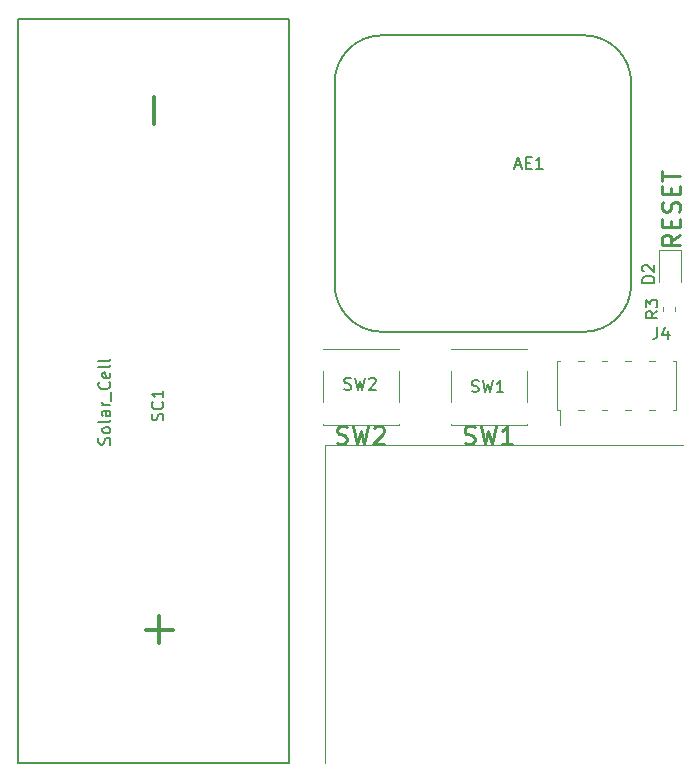
<source format=gbr>
%TF.GenerationSoftware,KiCad,Pcbnew,(5.1.10)-1*%
%TF.CreationDate,2021-11-23T09:49:32-07:00*%
%TF.ProjectId,SolarGPS,536f6c61-7247-4505-932e-6b696361645f,rev?*%
%TF.SameCoordinates,Original*%
%TF.FileFunction,Legend,Top*%
%TF.FilePolarity,Positive*%
%FSLAX46Y46*%
G04 Gerber Fmt 4.6, Leading zero omitted, Abs format (unit mm)*
G04 Created by KiCad (PCBNEW (5.1.10)-1) date 2021-11-23 09:49:32*
%MOMM*%
%LPD*%
G01*
G04 APERTURE LIST*
%ADD10C,0.120000*%
%ADD11C,0.250000*%
%ADD12C,0.150000*%
%ADD13C,0.300000*%
G04 APERTURE END LIST*
D10*
X76000000Y-86000000D02*
X106300000Y-86000000D01*
X76000000Y-113000000D02*
X76000000Y-86000000D01*
D11*
X77050000Y-85857142D02*
X77264285Y-85928571D01*
X77621428Y-85928571D01*
X77764285Y-85857142D01*
X77835714Y-85785714D01*
X77907142Y-85642857D01*
X77907142Y-85500000D01*
X77835714Y-85357142D01*
X77764285Y-85285714D01*
X77621428Y-85214285D01*
X77335714Y-85142857D01*
X77192857Y-85071428D01*
X77121428Y-85000000D01*
X77050000Y-84857142D01*
X77050000Y-84714285D01*
X77121428Y-84571428D01*
X77192857Y-84500000D01*
X77335714Y-84428571D01*
X77692857Y-84428571D01*
X77907142Y-84500000D01*
X78407142Y-84428571D02*
X78764285Y-85928571D01*
X79050000Y-84857142D01*
X79335714Y-85928571D01*
X79692857Y-84428571D01*
X80192857Y-84571428D02*
X80264285Y-84500000D01*
X80407142Y-84428571D01*
X80764285Y-84428571D01*
X80907142Y-84500000D01*
X80978571Y-84571428D01*
X81050000Y-84714285D01*
X81050000Y-84857142D01*
X80978571Y-85071428D01*
X80121428Y-85928571D01*
X81050000Y-85928571D01*
X87850000Y-85857142D02*
X88064285Y-85928571D01*
X88421428Y-85928571D01*
X88564285Y-85857142D01*
X88635714Y-85785714D01*
X88707142Y-85642857D01*
X88707142Y-85500000D01*
X88635714Y-85357142D01*
X88564285Y-85285714D01*
X88421428Y-85214285D01*
X88135714Y-85142857D01*
X87992857Y-85071428D01*
X87921428Y-85000000D01*
X87850000Y-84857142D01*
X87850000Y-84714285D01*
X87921428Y-84571428D01*
X87992857Y-84500000D01*
X88135714Y-84428571D01*
X88492857Y-84428571D01*
X88707142Y-84500000D01*
X89207142Y-84428571D02*
X89564285Y-85928571D01*
X89850000Y-84857142D01*
X90135714Y-85928571D01*
X90492857Y-84428571D01*
X91850000Y-85928571D02*
X90992857Y-85928571D01*
X91421428Y-85928571D02*
X91421428Y-84428571D01*
X91278571Y-84642857D01*
X91135714Y-84785714D01*
X90992857Y-84857142D01*
X106078571Y-68228571D02*
X105364285Y-68728571D01*
X106078571Y-69085714D02*
X104578571Y-69085714D01*
X104578571Y-68514285D01*
X104650000Y-68371428D01*
X104721428Y-68300000D01*
X104864285Y-68228571D01*
X105078571Y-68228571D01*
X105221428Y-68300000D01*
X105292857Y-68371428D01*
X105364285Y-68514285D01*
X105364285Y-69085714D01*
X105292857Y-67585714D02*
X105292857Y-67085714D01*
X106078571Y-66871428D02*
X106078571Y-67585714D01*
X104578571Y-67585714D01*
X104578571Y-66871428D01*
X106007142Y-66300000D02*
X106078571Y-66085714D01*
X106078571Y-65728571D01*
X106007142Y-65585714D01*
X105935714Y-65514285D01*
X105792857Y-65442857D01*
X105650000Y-65442857D01*
X105507142Y-65514285D01*
X105435714Y-65585714D01*
X105364285Y-65728571D01*
X105292857Y-66014285D01*
X105221428Y-66157142D01*
X105150000Y-66228571D01*
X105007142Y-66300000D01*
X104864285Y-66300000D01*
X104721428Y-66228571D01*
X104650000Y-66157142D01*
X104578571Y-66014285D01*
X104578571Y-65657142D01*
X104650000Y-65442857D01*
X105292857Y-64800000D02*
X105292857Y-64300000D01*
X106078571Y-64085714D02*
X106078571Y-64800000D01*
X104578571Y-64800000D01*
X104578571Y-64085714D01*
X104578571Y-63657142D02*
X104578571Y-62800000D01*
X106078571Y-63228571D02*
X104578571Y-63228571D01*
D12*
%TO.C,AE1*%
X97950000Y-76450000D02*
X80850000Y-76450000D01*
X76850000Y-72450000D02*
X76850000Y-55400000D01*
X80850000Y-51350000D02*
X97950000Y-51350000D01*
X101950000Y-55350000D02*
X101950000Y-72450000D01*
X76850000Y-55350000D02*
G75*
G02*
X80850000Y-51350000I4000000J0D01*
G01*
X97950000Y-51350000D02*
G75*
G02*
X101950000Y-55350000I0J-4000000D01*
G01*
X101950000Y-72450000D02*
G75*
G02*
X97950000Y-76450000I-4000000J0D01*
G01*
X80850000Y-76450000D02*
G75*
G02*
X76850000Y-72450000I0J4000000D01*
G01*
%TO.C,SC1*%
X50000000Y-113000000D02*
X50000000Y-50000000D01*
X50000000Y-50000000D02*
X73000000Y-50000000D01*
X73000000Y-50000000D02*
X73000000Y-113000000D01*
X73000000Y-113000000D02*
X50000000Y-113000000D01*
D10*
%TO.C,D2*%
X106210000Y-72250000D02*
X106210000Y-69565000D01*
X106210000Y-69565000D02*
X104290000Y-69565000D01*
X104290000Y-69565000D02*
X104290000Y-72250000D01*
%TO.C,R3*%
X104640000Y-74700279D02*
X104640000Y-74374721D01*
X105660000Y-74700279D02*
X105660000Y-74374721D01*
%TO.C,SW2*%
X75870000Y-84330000D02*
X75870000Y-84300000D01*
X75870000Y-77870000D02*
X75870000Y-77900000D01*
X82330000Y-77870000D02*
X82330000Y-77900000D01*
X82330000Y-84300000D02*
X82330000Y-84330000D01*
X75870000Y-82400000D02*
X75870000Y-79800000D01*
X82330000Y-84330000D02*
X75870000Y-84330000D01*
X82330000Y-82400000D02*
X82330000Y-79800000D01*
X82330000Y-77870000D02*
X75870000Y-77870000D01*
%TO.C,SW1*%
X86670000Y-84330000D02*
X86670000Y-84300000D01*
X86670000Y-77870000D02*
X86670000Y-77900000D01*
X93130000Y-77870000D02*
X93130000Y-77900000D01*
X93130000Y-84300000D02*
X93130000Y-84330000D01*
X86670000Y-82400000D02*
X86670000Y-79800000D01*
X93130000Y-84330000D02*
X86670000Y-84330000D01*
X93130000Y-82400000D02*
X93130000Y-79800000D01*
X93130000Y-77870000D02*
X86670000Y-77870000D01*
%TO.C,J4*%
X95640000Y-83060000D02*
X95640000Y-78940000D01*
X105760000Y-83060000D02*
X105760000Y-78940000D01*
X95940000Y-84315000D02*
X95940000Y-83060000D01*
X95640000Y-83060000D02*
X95940000Y-83060000D01*
X95640000Y-78940000D02*
X95940000Y-78940000D01*
X105460000Y-83060000D02*
X105760000Y-83060000D01*
X105460000Y-78940000D02*
X105760000Y-78940000D01*
X97460000Y-83060000D02*
X97940000Y-83060000D01*
X97460000Y-78940000D02*
X97940000Y-78940000D01*
X99460000Y-83060000D02*
X99940000Y-83060000D01*
X99460000Y-78940000D02*
X99940000Y-78940000D01*
X101460000Y-83060000D02*
X101940000Y-83060000D01*
X101460000Y-78940000D02*
X101940000Y-78940000D01*
X103460000Y-83060000D02*
X103940000Y-83060000D01*
X103460000Y-78940000D02*
X103940000Y-78940000D01*
%TO.C,AE1*%
D12*
X92133333Y-62366666D02*
X92609523Y-62366666D01*
X92038095Y-62652380D02*
X92371428Y-61652380D01*
X92704761Y-62652380D01*
X93038095Y-62128571D02*
X93371428Y-62128571D01*
X93514285Y-62652380D02*
X93038095Y-62652380D01*
X93038095Y-61652380D01*
X93514285Y-61652380D01*
X94466666Y-62652380D02*
X93895238Y-62652380D01*
X94180952Y-62652380D02*
X94180952Y-61652380D01*
X94085714Y-61795238D01*
X93990476Y-61890476D01*
X93895238Y-61938095D01*
%TO.C,SC1*%
X62304761Y-83961904D02*
X62352380Y-83819047D01*
X62352380Y-83580952D01*
X62304761Y-83485714D01*
X62257142Y-83438095D01*
X62161904Y-83390476D01*
X62066666Y-83390476D01*
X61971428Y-83438095D01*
X61923809Y-83485714D01*
X61876190Y-83580952D01*
X61828571Y-83771428D01*
X61780952Y-83866666D01*
X61733333Y-83914285D01*
X61638095Y-83961904D01*
X61542857Y-83961904D01*
X61447619Y-83914285D01*
X61400000Y-83866666D01*
X61352380Y-83771428D01*
X61352380Y-83533333D01*
X61400000Y-83390476D01*
X62257142Y-82390476D02*
X62304761Y-82438095D01*
X62352380Y-82580952D01*
X62352380Y-82676190D01*
X62304761Y-82819047D01*
X62209523Y-82914285D01*
X62114285Y-82961904D01*
X61923809Y-83009523D01*
X61780952Y-83009523D01*
X61590476Y-82961904D01*
X61495238Y-82914285D01*
X61400000Y-82819047D01*
X61352380Y-82676190D01*
X61352380Y-82580952D01*
X61400000Y-82438095D01*
X61447619Y-82390476D01*
X62352380Y-81438095D02*
X62352380Y-82009523D01*
X62352380Y-81723809D02*
X61352380Y-81723809D01*
X61495238Y-81819047D01*
X61590476Y-81914285D01*
X61638095Y-82009523D01*
X57804761Y-85995238D02*
X57852380Y-85852380D01*
X57852380Y-85614285D01*
X57804761Y-85519047D01*
X57757142Y-85471428D01*
X57661904Y-85423809D01*
X57566666Y-85423809D01*
X57471428Y-85471428D01*
X57423809Y-85519047D01*
X57376190Y-85614285D01*
X57328571Y-85804761D01*
X57280952Y-85900000D01*
X57233333Y-85947619D01*
X57138095Y-85995238D01*
X57042857Y-85995238D01*
X56947619Y-85947619D01*
X56900000Y-85900000D01*
X56852380Y-85804761D01*
X56852380Y-85566666D01*
X56900000Y-85423809D01*
X57852380Y-84852380D02*
X57804761Y-84947619D01*
X57757142Y-84995238D01*
X57661904Y-85042857D01*
X57376190Y-85042857D01*
X57280952Y-84995238D01*
X57233333Y-84947619D01*
X57185714Y-84852380D01*
X57185714Y-84709523D01*
X57233333Y-84614285D01*
X57280952Y-84566666D01*
X57376190Y-84519047D01*
X57661904Y-84519047D01*
X57757142Y-84566666D01*
X57804761Y-84614285D01*
X57852380Y-84709523D01*
X57852380Y-84852380D01*
X57852380Y-83947619D02*
X57804761Y-84042857D01*
X57709523Y-84090476D01*
X56852380Y-84090476D01*
X57852380Y-83138095D02*
X57328571Y-83138095D01*
X57233333Y-83185714D01*
X57185714Y-83280952D01*
X57185714Y-83471428D01*
X57233333Y-83566666D01*
X57804761Y-83138095D02*
X57852380Y-83233333D01*
X57852380Y-83471428D01*
X57804761Y-83566666D01*
X57709523Y-83614285D01*
X57614285Y-83614285D01*
X57519047Y-83566666D01*
X57471428Y-83471428D01*
X57471428Y-83233333D01*
X57423809Y-83138095D01*
X57852380Y-82661904D02*
X57185714Y-82661904D01*
X57376190Y-82661904D02*
X57280952Y-82614285D01*
X57233333Y-82566666D01*
X57185714Y-82471428D01*
X57185714Y-82376190D01*
X57947619Y-82280952D02*
X57947619Y-81519047D01*
X57757142Y-80709523D02*
X57804761Y-80757142D01*
X57852380Y-80900000D01*
X57852380Y-80995238D01*
X57804761Y-81138095D01*
X57709523Y-81233333D01*
X57614285Y-81280952D01*
X57423809Y-81328571D01*
X57280952Y-81328571D01*
X57090476Y-81280952D01*
X56995238Y-81233333D01*
X56900000Y-81138095D01*
X56852380Y-80995238D01*
X56852380Y-80900000D01*
X56900000Y-80757142D01*
X56947619Y-80709523D01*
X57804761Y-79900000D02*
X57852380Y-79995238D01*
X57852380Y-80185714D01*
X57804761Y-80280952D01*
X57709523Y-80328571D01*
X57328571Y-80328571D01*
X57233333Y-80280952D01*
X57185714Y-80185714D01*
X57185714Y-79995238D01*
X57233333Y-79900000D01*
X57328571Y-79852380D01*
X57423809Y-79852380D01*
X57519047Y-80328571D01*
X57852380Y-79280952D02*
X57804761Y-79376190D01*
X57709523Y-79423809D01*
X56852380Y-79423809D01*
X57852380Y-78757142D02*
X57804761Y-78852380D01*
X57709523Y-78900000D01*
X56852380Y-78900000D01*
D13*
X61514285Y-58842857D02*
X61514285Y-56557142D01*
X62014285Y-102842857D02*
X62014285Y-100557142D01*
X63157142Y-101700000D02*
X60871428Y-101700000D01*
%TO.C,D2*%
D12*
X103902380Y-72288095D02*
X102902380Y-72288095D01*
X102902380Y-72050000D01*
X102950000Y-71907142D01*
X103045238Y-71811904D01*
X103140476Y-71764285D01*
X103330952Y-71716666D01*
X103473809Y-71716666D01*
X103664285Y-71764285D01*
X103759523Y-71811904D01*
X103854761Y-71907142D01*
X103902380Y-72050000D01*
X103902380Y-72288095D01*
X102997619Y-71335714D02*
X102950000Y-71288095D01*
X102902380Y-71192857D01*
X102902380Y-70954761D01*
X102950000Y-70859523D01*
X102997619Y-70811904D01*
X103092857Y-70764285D01*
X103188095Y-70764285D01*
X103330952Y-70811904D01*
X103902380Y-71383333D01*
X103902380Y-70764285D01*
%TO.C,R3*%
X104172380Y-74704166D02*
X103696190Y-75037500D01*
X104172380Y-75275595D02*
X103172380Y-75275595D01*
X103172380Y-74894642D01*
X103220000Y-74799404D01*
X103267619Y-74751785D01*
X103362857Y-74704166D01*
X103505714Y-74704166D01*
X103600952Y-74751785D01*
X103648571Y-74799404D01*
X103696190Y-74894642D01*
X103696190Y-75275595D01*
X103172380Y-74370833D02*
X103172380Y-73751785D01*
X103553333Y-74085119D01*
X103553333Y-73942261D01*
X103600952Y-73847023D01*
X103648571Y-73799404D01*
X103743809Y-73751785D01*
X103981904Y-73751785D01*
X104077142Y-73799404D01*
X104124761Y-73847023D01*
X104172380Y-73942261D01*
X104172380Y-74227976D01*
X104124761Y-74323214D01*
X104077142Y-74370833D01*
%TO.C,SW2*%
X77666666Y-81304761D02*
X77809523Y-81352380D01*
X78047619Y-81352380D01*
X78142857Y-81304761D01*
X78190476Y-81257142D01*
X78238095Y-81161904D01*
X78238095Y-81066666D01*
X78190476Y-80971428D01*
X78142857Y-80923809D01*
X78047619Y-80876190D01*
X77857142Y-80828571D01*
X77761904Y-80780952D01*
X77714285Y-80733333D01*
X77666666Y-80638095D01*
X77666666Y-80542857D01*
X77714285Y-80447619D01*
X77761904Y-80400000D01*
X77857142Y-80352380D01*
X78095238Y-80352380D01*
X78238095Y-80400000D01*
X78571428Y-80352380D02*
X78809523Y-81352380D01*
X79000000Y-80638095D01*
X79190476Y-81352380D01*
X79428571Y-80352380D01*
X79761904Y-80447619D02*
X79809523Y-80400000D01*
X79904761Y-80352380D01*
X80142857Y-80352380D01*
X80238095Y-80400000D01*
X80285714Y-80447619D01*
X80333333Y-80542857D01*
X80333333Y-80638095D01*
X80285714Y-80780952D01*
X79714285Y-81352380D01*
X80333333Y-81352380D01*
%TO.C,SW1*%
X88466666Y-81504761D02*
X88609523Y-81552380D01*
X88847619Y-81552380D01*
X88942857Y-81504761D01*
X88990476Y-81457142D01*
X89038095Y-81361904D01*
X89038095Y-81266666D01*
X88990476Y-81171428D01*
X88942857Y-81123809D01*
X88847619Y-81076190D01*
X88657142Y-81028571D01*
X88561904Y-80980952D01*
X88514285Y-80933333D01*
X88466666Y-80838095D01*
X88466666Y-80742857D01*
X88514285Y-80647619D01*
X88561904Y-80600000D01*
X88657142Y-80552380D01*
X88895238Y-80552380D01*
X89038095Y-80600000D01*
X89371428Y-80552380D02*
X89609523Y-81552380D01*
X89800000Y-80838095D01*
X89990476Y-81552380D01*
X90228571Y-80552380D01*
X91133333Y-81552380D02*
X90561904Y-81552380D01*
X90847619Y-81552380D02*
X90847619Y-80552380D01*
X90752380Y-80695238D01*
X90657142Y-80790476D01*
X90561904Y-80838095D01*
%TO.C,J4*%
X104166666Y-76052380D02*
X104166666Y-76766666D01*
X104119047Y-76909523D01*
X104023809Y-77004761D01*
X103880952Y-77052380D01*
X103785714Y-77052380D01*
X105071428Y-76385714D02*
X105071428Y-77052380D01*
X104833333Y-76004761D02*
X104595238Y-76719047D01*
X105214285Y-76719047D01*
%TD*%
M02*

</source>
